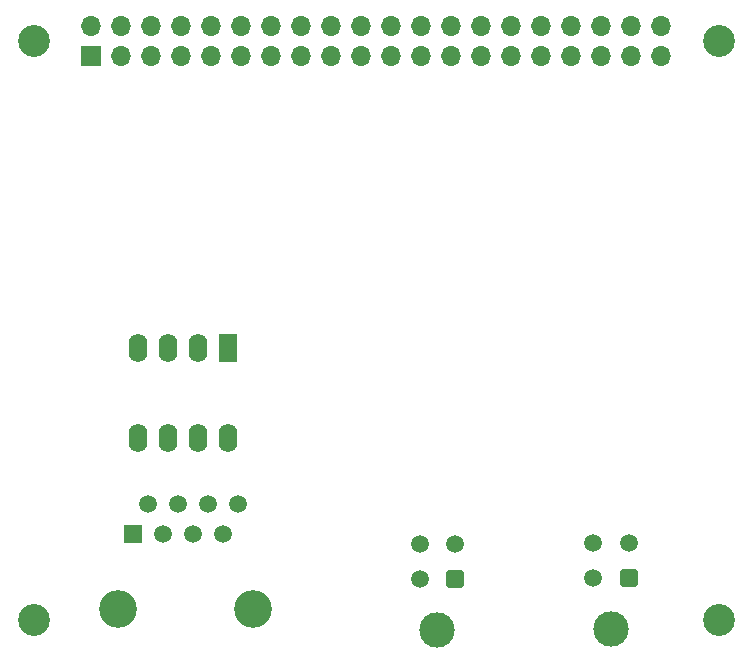
<source format=gts>
G04 #@! TF.GenerationSoftware,KiCad,Pcbnew,6.0.7*
G04 #@! TF.CreationDate,2022-09-24T12:03:36-05:00*
G04 #@! TF.ProjectId,pi-hat,70692d68-6174-42e6-9b69-6361645f7063,rev?*
G04 #@! TF.SameCoordinates,Original*
G04 #@! TF.FileFunction,Soldermask,Top*
G04 #@! TF.FilePolarity,Negative*
%FSLAX46Y46*%
G04 Gerber Fmt 4.6, Leading zero omitted, Abs format (unit mm)*
G04 Created by KiCad (PCBNEW 6.0.7) date 2022-09-24 12:03:36*
%MOMM*%
%LPD*%
G01*
G04 APERTURE LIST*
G04 Aperture macros list*
%AMRoundRect*
0 Rectangle with rounded corners*
0 $1 Rounding radius*
0 $2 $3 $4 $5 $6 $7 $8 $9 X,Y pos of 4 corners*
0 Add a 4 corners polygon primitive as box body*
4,1,4,$2,$3,$4,$5,$6,$7,$8,$9,$2,$3,0*
0 Add four circle primitives for the rounded corners*
1,1,$1+$1,$2,$3*
1,1,$1+$1,$4,$5*
1,1,$1+$1,$6,$7*
1,1,$1+$1,$8,$9*
0 Add four rect primitives between the rounded corners*
20,1,$1+$1,$2,$3,$4,$5,0*
20,1,$1+$1,$4,$5,$6,$7,0*
20,1,$1+$1,$6,$7,$8,$9,0*
20,1,$1+$1,$8,$9,$2,$3,0*%
G04 Aperture macros list end*
%ADD10C,2.700000*%
%ADD11C,3.200000*%
%ADD12R,1.500000X1.500000*%
%ADD13C,1.500000*%
%ADD14C,3.000000*%
%ADD15RoundRect,0.250001X0.499999X0.499999X-0.499999X0.499999X-0.499999X-0.499999X0.499999X-0.499999X0*%
%ADD16R,1.600000X2.400000*%
%ADD17O,1.600000X2.400000*%
%ADD18R,1.700000X1.700000*%
%ADD19O,1.700000X1.700000*%
G04 APERTURE END LIST*
D10*
X161500000Y-47500000D03*
D11*
X110647500Y-95600000D03*
X122077500Y-95600000D03*
D12*
X111917500Y-89250000D03*
D13*
X113187500Y-86710000D03*
X114457500Y-89250000D03*
X115727500Y-86710000D03*
X116997500Y-89250000D03*
X118267500Y-86710000D03*
X119537500Y-89250000D03*
X120807500Y-86710000D03*
D14*
X152350000Y-97335000D03*
D15*
X153850000Y-93015000D03*
D13*
X150850000Y-93015000D03*
X153850000Y-90015000D03*
X150850000Y-90015000D03*
D10*
X103500000Y-96500000D03*
D16*
X119900000Y-73525000D03*
D17*
X117360000Y-73525000D03*
X114820000Y-73525000D03*
X112280000Y-73525000D03*
X112280000Y-81145000D03*
X114820000Y-81145000D03*
X117360000Y-81145000D03*
X119900000Y-81145000D03*
D10*
X103500000Y-47500000D03*
D14*
X137650000Y-97420000D03*
D15*
X139150000Y-93100000D03*
D13*
X136150000Y-93100000D03*
X139150000Y-90100000D03*
X136150000Y-90100000D03*
D10*
X161500000Y-96500000D03*
D18*
X108370000Y-48770000D03*
D19*
X108370000Y-46230000D03*
X110910000Y-48770000D03*
X110910000Y-46230000D03*
X113450000Y-48770000D03*
X113450000Y-46230000D03*
X115990000Y-48770000D03*
X115990000Y-46230000D03*
X118530000Y-48770000D03*
X118530000Y-46230000D03*
X121070000Y-48770000D03*
X121070000Y-46230000D03*
X123610000Y-48770000D03*
X123610000Y-46230000D03*
X126150000Y-48770000D03*
X126150000Y-46230000D03*
X128690000Y-48770000D03*
X128690000Y-46230000D03*
X131230000Y-48770000D03*
X131230000Y-46230000D03*
X133770000Y-48770000D03*
X133770000Y-46230000D03*
X136310000Y-48770000D03*
X136310000Y-46230000D03*
X138850000Y-48770000D03*
X138850000Y-46230000D03*
X141390000Y-48770000D03*
X141390000Y-46230000D03*
X143930000Y-48770000D03*
X143930000Y-46230000D03*
X146470000Y-48770000D03*
X146470000Y-46230000D03*
X149010000Y-48770000D03*
X149010000Y-46230000D03*
X151550000Y-48770000D03*
X151550000Y-46230000D03*
X154090000Y-48770000D03*
X154090000Y-46230000D03*
X156630000Y-48770000D03*
X156630000Y-46230000D03*
M02*

</source>
